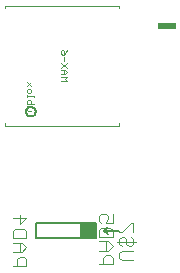
<source format=gbo>
G75*
%MOIN*%
%OFA0B0*%
%FSLAX25Y25*%
%IPPOS*%
%LPD*%
%AMOC8*
5,1,8,0,0,1.08239X$1,22.5*
%
%ADD10R,0.05906X0.02362*%
%ADD11C,0.00500*%
%ADD12C,0.00394*%
%ADD13C,0.00200*%
%ADD14C,0.00400*%
D10*
X0130073Y0152006D03*
D11*
X0083093Y0123449D02*
X0083095Y0123528D01*
X0083101Y0123607D01*
X0083111Y0123686D01*
X0083124Y0123763D01*
X0083142Y0123841D01*
X0083164Y0123917D01*
X0083189Y0123992D01*
X0083218Y0124065D01*
X0083250Y0124138D01*
X0083286Y0124208D01*
X0083326Y0124277D01*
X0083369Y0124343D01*
X0083415Y0124407D01*
X0083464Y0124469D01*
X0083517Y0124528D01*
X0083572Y0124585D01*
X0083630Y0124639D01*
X0083691Y0124690D01*
X0083754Y0124738D01*
X0083819Y0124782D01*
X0083887Y0124823D01*
X0083956Y0124861D01*
X0084027Y0124896D01*
X0084100Y0124926D01*
X0084175Y0124953D01*
X0084250Y0124977D01*
X0084327Y0124996D01*
X0084404Y0125012D01*
X0084483Y0125024D01*
X0084561Y0125032D01*
X0084640Y0125036D01*
X0084720Y0125036D01*
X0084799Y0125032D01*
X0084877Y0125024D01*
X0084956Y0125012D01*
X0085033Y0124996D01*
X0085110Y0124977D01*
X0085185Y0124953D01*
X0085260Y0124926D01*
X0085333Y0124896D01*
X0085404Y0124861D01*
X0085474Y0124823D01*
X0085541Y0124782D01*
X0085606Y0124738D01*
X0085669Y0124690D01*
X0085730Y0124639D01*
X0085788Y0124585D01*
X0085843Y0124528D01*
X0085896Y0124469D01*
X0085945Y0124407D01*
X0085991Y0124343D01*
X0086034Y0124277D01*
X0086074Y0124208D01*
X0086110Y0124138D01*
X0086142Y0124065D01*
X0086171Y0123992D01*
X0086196Y0123917D01*
X0086218Y0123841D01*
X0086236Y0123763D01*
X0086249Y0123686D01*
X0086259Y0123607D01*
X0086265Y0123528D01*
X0086267Y0123449D01*
X0086265Y0123370D01*
X0086259Y0123291D01*
X0086249Y0123212D01*
X0086236Y0123135D01*
X0086218Y0123057D01*
X0086196Y0122981D01*
X0086171Y0122906D01*
X0086142Y0122833D01*
X0086110Y0122760D01*
X0086074Y0122690D01*
X0086034Y0122621D01*
X0085991Y0122555D01*
X0085945Y0122491D01*
X0085896Y0122429D01*
X0085843Y0122370D01*
X0085788Y0122313D01*
X0085730Y0122259D01*
X0085669Y0122208D01*
X0085606Y0122160D01*
X0085541Y0122116D01*
X0085473Y0122075D01*
X0085404Y0122037D01*
X0085333Y0122002D01*
X0085260Y0121972D01*
X0085185Y0121945D01*
X0085110Y0121921D01*
X0085033Y0121902D01*
X0084956Y0121886D01*
X0084877Y0121874D01*
X0084799Y0121866D01*
X0084720Y0121862D01*
X0084640Y0121862D01*
X0084561Y0121866D01*
X0084483Y0121874D01*
X0084404Y0121886D01*
X0084327Y0121902D01*
X0084250Y0121921D01*
X0084175Y0121945D01*
X0084100Y0121972D01*
X0084027Y0122002D01*
X0083956Y0122037D01*
X0083886Y0122075D01*
X0083819Y0122116D01*
X0083754Y0122160D01*
X0083691Y0122208D01*
X0083630Y0122259D01*
X0083572Y0122313D01*
X0083517Y0122370D01*
X0083464Y0122429D01*
X0083415Y0122491D01*
X0083369Y0122555D01*
X0083326Y0122621D01*
X0083286Y0122690D01*
X0083250Y0122760D01*
X0083218Y0122833D01*
X0083189Y0122906D01*
X0083164Y0122981D01*
X0083142Y0123057D01*
X0083124Y0123135D01*
X0083111Y0123212D01*
X0083101Y0123291D01*
X0083095Y0123370D01*
X0083093Y0123449D01*
X0086500Y0086250D02*
X0086500Y0081250D01*
X0106500Y0081250D01*
X0101500Y0081250D01*
X0101500Y0086250D01*
X0106500Y0086250D01*
X0106500Y0081250D01*
X0106500Y0086250D01*
X0086500Y0086250D01*
X0101500Y0085967D02*
X0106500Y0085967D01*
X0106500Y0085469D02*
X0101500Y0085469D01*
X0101500Y0084970D02*
X0106500Y0084970D01*
X0106500Y0084472D02*
X0101500Y0084472D01*
X0101500Y0083973D02*
X0106500Y0083973D01*
X0106500Y0083475D02*
X0101500Y0083475D01*
X0101500Y0082976D02*
X0106500Y0082976D01*
X0106500Y0082478D02*
X0101500Y0082478D01*
X0101500Y0081979D02*
X0106500Y0081979D01*
X0106500Y0081481D02*
X0101500Y0081481D01*
X0109000Y0083750D02*
X0110250Y0082500D01*
X0109000Y0083750D02*
X0110250Y0085000D01*
X0109000Y0083750D02*
X0114000Y0083750D01*
D12*
X0114207Y0118724D02*
X0076018Y0118724D01*
X0076018Y0119709D01*
X0114207Y0119709D02*
X0114207Y0118724D01*
X0114207Y0157898D02*
X0114207Y0158488D01*
X0076018Y0158488D01*
X0076018Y0157898D01*
D13*
X0094622Y0143529D02*
X0094989Y0143896D01*
X0095356Y0143896D01*
X0095723Y0143529D01*
X0095723Y0142428D01*
X0094989Y0142428D01*
X0094622Y0142795D01*
X0094622Y0143529D01*
X0095723Y0142428D02*
X0096457Y0143162D01*
X0096824Y0143896D01*
X0095723Y0141686D02*
X0095723Y0140218D01*
X0096824Y0139476D02*
X0094622Y0138008D01*
X0094622Y0137266D02*
X0096090Y0137266D01*
X0096824Y0136532D01*
X0096090Y0135798D01*
X0094622Y0135798D01*
X0094622Y0135056D02*
X0096824Y0135056D01*
X0096090Y0134322D01*
X0096824Y0133588D01*
X0094622Y0133588D01*
X0095723Y0135798D02*
X0095723Y0137266D01*
X0096824Y0138008D02*
X0094622Y0139476D01*
X0084869Y0133316D02*
X0083402Y0131849D01*
X0083769Y0131107D02*
X0084503Y0131107D01*
X0084869Y0130740D01*
X0084869Y0130006D01*
X0084503Y0129639D01*
X0083769Y0129639D01*
X0083402Y0130006D01*
X0083402Y0130740D01*
X0083769Y0131107D01*
X0084869Y0131849D02*
X0083402Y0133316D01*
X0083402Y0128899D02*
X0083402Y0128165D01*
X0083402Y0128532D02*
X0085603Y0128532D01*
X0085603Y0128165D01*
X0084503Y0127423D02*
X0084869Y0127056D01*
X0084869Y0125956D01*
X0085603Y0125956D02*
X0083402Y0125956D01*
X0083402Y0127056D01*
X0083769Y0127423D01*
X0084503Y0127423D01*
X0084869Y0125214D02*
X0083402Y0125214D01*
X0083402Y0124113D01*
X0083769Y0123746D01*
X0084869Y0123746D01*
D14*
X0083204Y0072001D02*
X0078600Y0072001D01*
X0080134Y0072001D02*
X0080134Y0074303D01*
X0080902Y0075070D01*
X0082436Y0075070D01*
X0083204Y0074303D01*
X0083204Y0072001D01*
X0081669Y0076605D02*
X0078600Y0076605D01*
X0080902Y0076605D02*
X0080902Y0079674D01*
X0081669Y0079674D02*
X0078600Y0079674D01*
X0078600Y0081209D02*
X0078600Y0083511D01*
X0079367Y0084278D01*
X0082436Y0084278D01*
X0083204Y0083511D01*
X0083204Y0081209D01*
X0078600Y0081209D01*
X0081669Y0079674D02*
X0083204Y0078140D01*
X0081669Y0076605D01*
X0080902Y0085813D02*
X0080902Y0088882D01*
X0078600Y0088115D02*
X0083204Y0088115D01*
X0080902Y0085813D01*
X0107300Y0087062D02*
X0108068Y0086295D01*
X0107300Y0087062D02*
X0107300Y0088597D01*
X0108068Y0089364D01*
X0109602Y0089364D01*
X0110370Y0088597D01*
X0110370Y0087829D01*
X0109602Y0086295D01*
X0111904Y0086295D01*
X0111904Y0089364D01*
X0111137Y0084760D02*
X0108068Y0084760D01*
X0107300Y0083993D01*
X0107300Y0081691D01*
X0111904Y0081691D01*
X0111904Y0083993D01*
X0111137Y0084760D01*
X0114200Y0083158D02*
X0114967Y0083158D01*
X0118037Y0086227D01*
X0118804Y0086227D01*
X0118804Y0083158D01*
X0118037Y0081623D02*
X0118804Y0080856D01*
X0118804Y0079321D01*
X0118037Y0078554D01*
X0117269Y0078554D01*
X0116502Y0079321D01*
X0116502Y0080856D01*
X0115735Y0081623D01*
X0114967Y0081623D01*
X0114200Y0080856D01*
X0114200Y0079321D01*
X0114967Y0078554D01*
X0114967Y0077019D02*
X0118804Y0077019D01*
X0118804Y0073950D02*
X0114967Y0073950D01*
X0114200Y0074717D01*
X0114200Y0076252D01*
X0114967Y0077019D01*
X0111904Y0078622D02*
X0110370Y0080156D01*
X0107300Y0080156D01*
X0109602Y0080156D02*
X0109602Y0077087D01*
X0110370Y0077087D02*
X0111904Y0078622D01*
X0113433Y0080089D02*
X0119571Y0080089D01*
X0111904Y0074785D02*
X0111137Y0075552D01*
X0109602Y0075552D01*
X0108835Y0074785D01*
X0108835Y0072483D01*
X0107300Y0072483D02*
X0111904Y0072483D01*
X0111904Y0074785D01*
X0110370Y0077087D02*
X0107300Y0077087D01*
M02*

</source>
